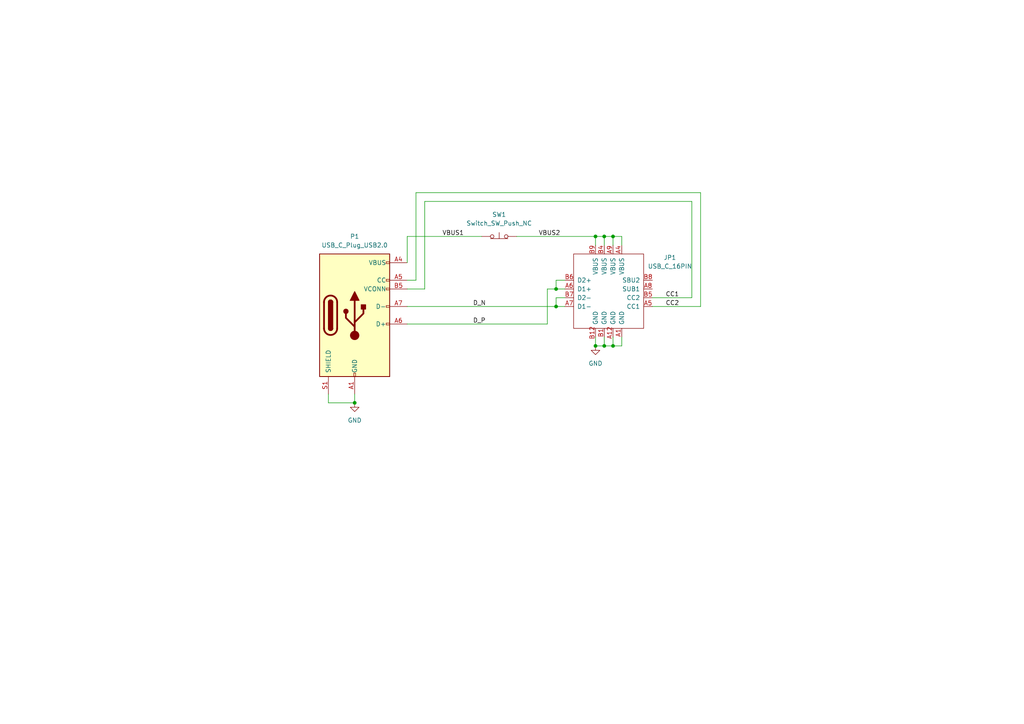
<source format=kicad_sch>
(kicad_sch (version 20211123) (generator eeschema)
  (paper "A4")
  (lib_symbols
    (symbol "power:GND" (power) (pin_names (offset 0))
      (property "Value" "GND" (at 0 -3.81 0))
      (symbol "GND_0_1"
        (polyline (pts (xy 0 0) (xy 0 -1.27) (xy 1.27 -1.27) (xy 0 -2.54) (xy -1.27 -1.27) (xy 0 -1.27)))
      )
      (symbol "GND_1_1"
        (pin power_in line (at 0 0 270) (length 0) hide (name "GND") (number "1"))
      )
    )
    (symbol "tom-connectors:USB_C_16PIN" (pin_names (offset 1.016))
      (property "Reference" "JP" (at 8.89 -15.24 0))
      (property "Value" "USB_C_16PIN" (at -12.7 -15.24 0))
      (symbol "USB_C_16PIN_0_1"
        (rectangle (start -10.16 7.62) (end 10.16 -13.97))
      )
      (symbol "USB_C_16PIN_1_1"
        (pin passive line (at -3.81 -16.51 90) (length 2.54) (name "GND") (number "A1"))
        (pin bidirectional line (at -1.27 -16.51 90) (length 2.54) (name "GND") (number "A12"))
        (pin bidirectional line (at -3.81 10.16 270) (length 2.54) (name "VBUS") (number "A4"))
        (pin bidirectional line (at -12.7 -7.62 0) (length 2.54) (name "CC1") (number "A5"))
        (pin bidirectional line (at 12.7 -2.54 180) (length 2.54) (name "D1+") (number "A6"))
        (pin bidirectional line (at 12.7 -7.62 180) (length 2.54) (name "D1-") (number "A7"))
        (pin bidirectional line (at -12.7 -2.54 0) (length 2.54) (name "SUB1") (number "A8"))
        (pin bidirectional line (at -1.27 10.16 270) (length 2.54) (name "VBUS") (number "A9"))
        (pin bidirectional line (at 1.27 -16.51 90) (length 2.54) (name "GND") (number "B1"))
        (pin passive line (at 3.81 -16.51 90) (length 2.54) (name "GND") (number "B12"))
        (pin bidirectional line (at 1.27 10.16 270) (length 2.54) (name "VBUS") (number "B4"))
        (pin bidirectional line (at -12.7 -5.08 0) (length 2.54) (name "CC2") (number "B5"))
        (pin bidirectional line (at 12.7 0 180) (length 2.54) (name "D2+") (number "B6"))
        (pin bidirectional line (at 12.7 -5.08 180) (length 2.54) (name "D2-") (number "B7"))
        (pin bidirectional line (at -12.7 0 0) (length 2.54) (name "SBU2") (number "B8"))
        (pin bidirectional line (at 3.81 10.16 270) (length 2.54) (name "VBUS") (number "B9"))
      )
    )
    (symbol "tom-connectors:USB_C_Plug_USB2.0" (pin_names (offset 1.016))
      (property "Reference" "P" (at -10.16 19.05 0))
      (property "Value" "USB_C_Plug_USB2.0" (at 12.7 19.05 0))
      (symbol "USB_C_Plug_USB2.0_0_0"
        (rectangle (start -0.254 -17.78) (end 0.254 -16.764))
        (rectangle (start 10.16 -2.286) (end 9.144 -2.794))
        (rectangle (start 10.16 2.794) (end 9.144 2.286))
        (rectangle (start 10.16 7.874) (end 9.144 7.366))
        (rectangle (start 10.16 10.414) (end 9.144 9.906))
        (rectangle (start 10.16 15.494) (end 9.144 14.986))
      )
      (symbol "USB_C_Plug_USB2.0_0_1"
        (rectangle (start -10.16 17.78) (end 10.16 -17.78) (stroke (width 0.254)) (fill (type background)))
        (arc (start -8.89 -3.81) (mid -6.985 -5.715) (end -5.08 -3.81) (stroke (width 0.508)))
        (arc (start -7.62 -3.81) (mid -6.985 -4.445) (end -6.35 -3.81) (stroke (width 0.254)))
        (arc (start -7.62 -3.81) (mid -6.985 -4.445) (end -6.35 -3.81) (stroke (width 0.254)) (fill (type outline)))
        (rectangle (start -7.62 -3.81) (end -6.35 3.81) (stroke (width 0.254)) (fill (type outline)))
        (arc (start -6.35 3.81) (mid -6.985 4.445) (end -7.62 3.81) (stroke (width 0.254)))
        (arc (start -6.35 3.81) (mid -6.985 4.445) (end -7.62 3.81) (stroke (width 0.254)) (fill (type outline)))
        (arc (start -5.08 3.81) (mid -6.985 5.715) (end -8.89 3.81) (stroke (width 0.508)))
        (circle (center -2.54 1.143) (radius 0.635) (stroke (width 0.254)) (fill (type outline)))
        (circle (center 0 -5.842) (radius 1.27) (fill (type outline)))
        (polyline (pts (xy -8.89 -3.81) (xy -8.89 3.81)) (stroke (width 0.508)))
        (polyline (pts (xy -5.08 3.81) (xy -5.08 -3.81)) (stroke (width 0.508)))
        (polyline (pts (xy 0 -5.842) (xy 0 4.318)) (stroke (width 0.508)))
        (polyline (pts (xy 0 -3.302) (xy -2.54 -0.762) (xy -2.54 0.508)) (stroke (width 0.508)))
        (polyline (pts (xy 0 -2.032) (xy 2.54 0.508) (xy 2.54 1.778)) (stroke (width 0.508)))
        (polyline (pts (xy -1.27 4.318) (xy 0 6.858) (xy 1.27 4.318) (xy -1.27 4.318)) (stroke (width 0.254)) (fill (type outline)))
        (rectangle (start 1.905 1.778) (end 3.175 3.048) (stroke (width 0.254)) (fill (type outline)))
      )
      (symbol "USB_C_Plug_USB2.0_1_1"
        (pin passive line (at 0 -22.86 90) (length 5.08) (name "GND") (number "A1"))
        (pin passive line (at 0 -22.86 90) (length 5.08) hide (name "GND") (number "A12"))
        (pin passive line (at 15.24 15.24 180) (length 5.08) (name "VBUS") (number "A4"))
        (pin bidirectional line (at 15.24 10.16 180) (length 5.08) (name "CC") (number "A5"))
        (pin bidirectional line (at 15.24 -2.54 180) (length 5.08) (name "D+") (number "A6"))
        (pin bidirectional line (at 15.24 2.54 180) (length 5.08) (name "D-") (number "A7"))
        (pin passive line (at 15.24 15.24 180) (length 5.08) hide (name "VBUS") (number "A9"))
        (pin passive line (at 0 -22.86 90) (length 5.08) hide (name "GND") (number "B1"))
        (pin passive line (at 0 -22.86 90) (length 5.08) hide (name "GND") (number "B12"))
        (pin passive line (at 15.24 15.24 180) (length 5.08) hide (name "VBUS") (number "B4"))
        (pin bidirectional line (at 15.24 7.62 180) (length 5.08) (name "VCONN") (number "B5"))
        (pin passive line (at 15.24 15.24 180) (length 5.08) hide (name "VBUS") (number "B9"))
        (pin passive line (at -7.62 -22.86 90) (length 5.08) (name "SHIELD") (number "S1"))
      )
    )
    (symbol "tom-mechanical:Switch_SW_Push_NC" (pin_numbers hide) (pin_names (offset 1.016) hide)
      (property "Reference" "SW" (at 1.27 2.54 0))
      (property "Value" "Switch_SW_Push_NC" (at 0 -3.81 0))
      (symbol "Switch_SW_Push_NC_0_1"
        (circle (center -2.032 0) (radius 0.508))
        (polyline (pts (xy 0 -0.635) (xy 0 1.143)))
        (polyline (pts (xy 2.54 -0.635) (xy -2.54 -0.635)))
        (circle (center 2.032 0) (radius 0.508))
        (pin passive line (at -5.08 0 0) (length 2.54) (name "1") (number "1"))
        (pin passive line (at 5.08 0 180) (length 2.54) (name "2") (number "2"))
      )
    )
  )
  (junction (at 102.87 116.84))
  (junction (at 177.8 68.58))
  (junction (at 172.72 100.33))
  (junction (at 175.26 100.33))
  (junction (at 161.29 88.9))
  (junction (at 161.29 83.82))
  (junction (at 177.8 100.33))
  (junction (at 172.72 68.58))
  (junction (at 175.26 68.58))
  (wire (pts (xy 123.19 58.42) (xy 200.66 58.42)))
  (wire (pts (xy 118.11 68.58) (xy 139.7 68.58)))
  (wire (pts (xy 161.29 83.82) (xy 158.75 83.82)))
  (wire (pts (xy 203.2 55.88) (xy 120.65 55.88)))
  (wire (pts (xy 123.19 83.82) (xy 123.19 58.42)))
  (wire (pts (xy 177.8 68.58) (xy 177.8 71.12)))
  (wire (pts (xy 95.25 116.84) (xy 102.87 116.84)))
  (wire (pts (xy 189.23 88.9) (xy 203.2 88.9)))
  (wire (pts (xy 163.83 83.82) (xy 161.29 83.82)))
  (wire (pts (xy 149.86 68.58) (xy 172.72 68.58)))
  (wire (pts (xy 161.29 81.28) (xy 161.29 83.82)))
  (wire (pts (xy 172.72 97.79) (xy 172.72 100.33)))
  (wire (pts (xy 118.11 83.82) (xy 123.19 83.82)))
  (wire (pts (xy 175.26 68.58) (xy 175.26 71.12)))
  (wire (pts (xy 172.72 100.33) (xy 175.26 100.33)))
  (wire (pts (xy 158.75 93.98) (xy 118.11 93.98)))
  (wire (pts (xy 200.66 86.36) (xy 189.23 86.36)))
  (wire (pts (xy 203.2 88.9) (xy 203.2 55.88)))
  (wire (pts (xy 120.65 55.88) (xy 120.65 81.28)))
  (wire (pts (xy 177.8 68.58) (xy 175.26 68.58)))
  (wire (pts (xy 158.75 83.82) (xy 158.75 93.98)))
  (wire (pts (xy 161.29 86.36) (xy 161.29 88.9)))
  (wire (pts (xy 163.83 81.28) (xy 161.29 81.28)))
  (wire (pts (xy 177.8 97.79) (xy 177.8 100.33)))
  (wire (pts (xy 118.11 88.9) (xy 161.29 88.9)))
  (wire (pts (xy 172.72 68.58) (xy 172.72 71.12)))
  (wire (pts (xy 200.66 58.42) (xy 200.66 86.36)))
  (wire (pts (xy 163.83 86.36) (xy 161.29 86.36)))
  (wire (pts (xy 161.29 88.9) (xy 163.83 88.9)))
  (wire (pts (xy 95.25 114.3) (xy 95.25 116.84)))
  (wire (pts (xy 180.34 71.12) (xy 180.34 68.58)))
  (wire (pts (xy 102.87 116.84) (xy 102.87 114.3)))
  (wire (pts (xy 118.11 76.2) (xy 118.11 68.58)))
  (wire (pts (xy 175.26 68.58) (xy 172.72 68.58)))
  (wire (pts (xy 180.34 100.33) (xy 180.34 97.79)))
  (wire (pts (xy 175.26 97.79) (xy 175.26 100.33)))
  (wire (pts (xy 175.26 100.33) (xy 177.8 100.33)))
  (wire (pts (xy 120.65 81.28) (xy 118.11 81.28)))
  (wire (pts (xy 177.8 100.33) (xy 180.34 100.33)))
  (wire (pts (xy 180.34 68.58) (xy 177.8 68.58)))
  (label "D_N" (at 137.16 88.9 0))
  (label "CC2" (at 193.04 88.9 0))
  (label "CC1" (at 193.04 86.36 0))
  (label "VBUS1" (at 128.27 68.58 0))
  (label "D_P" (at 137.16 93.98 0))
  (label "VBUS2" (at 156.21 68.58 0))
  (symbol (lib_id "power:GND") (at 102.87 116.84 0) (unit 1)
    (property "Reference" "#PWR0102" (effects hide))
    (property "Value" "GND" (at 102.87 121.92 0))
  )
  (symbol (lib_id "power:GND") (at 172.72 100.33 0) (unit 1)
    (property "Reference" "#PWR0101" (effects hide))
    (property "Value" "GND" (at 172.72 105.41 0))
  )
  (symbol (lib_id "tom-mechanical:Switch_SW_Push_NC") (at 144.78 68.58 0) (unit 1)
    (property "Reference" "SW1" (at 144.78 62.23 0))
    (property "Value" "Switch_SW_Push_NC" (at 144.78 64.77 0))
    (property "Footprint" "tom-mechanical:SW_SPST_EVQPE1" (effects hide))
  )
  (symbol (lib_id "tom-connectors:USB_C_16PIN") (at 176.53 81.28 0) (mirror y) (unit 1)
    (property "Reference" "JP1" (at 194.31 74.7012 0))
    (property "Value" "USB_C_16PIN" (at 194.31 77.2412 0))
    (property "Footprint" "tom-connectors:USB_C_Receptacle_GT-USB-7010" (effects hide))
  )
  (symbol (lib_id "tom-connectors:USB_C_Plug_USB2.0") (at 102.87 91.44 0) (unit 1)
    (property "Reference" "P1" (at 102.87 68.58 0))
    (property "Value" "USB_C_Plug_USB2.0" (at 102.87 71.12 0))
    (property "Footprint" "tom-connectors:USB_C_Plug_UTC009-C12" (effects hide))
    (property "Datasheet" "https://www.usb.org/sites/default/files/documents/usb_type-c.zip" (effects hide))
  )
)
</source>
